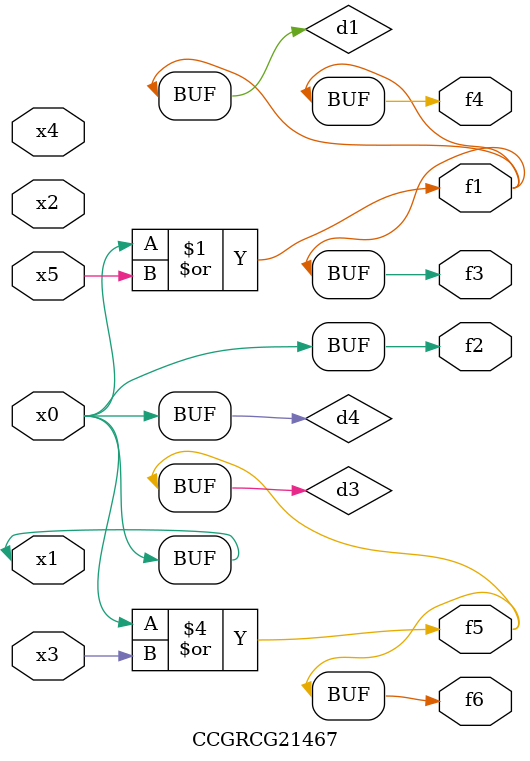
<source format=v>
module CCGRCG21467(
	input x0, x1, x2, x3, x4, x5,
	output f1, f2, f3, f4, f5, f6
);

	wire d1, d2, d3, d4;

	or (d1, x0, x5);
	xnor (d2, x1, x4);
	or (d3, x0, x3);
	buf (d4, x0, x1);
	assign f1 = d1;
	assign f2 = d4;
	assign f3 = d1;
	assign f4 = d1;
	assign f5 = d3;
	assign f6 = d3;
endmodule

</source>
